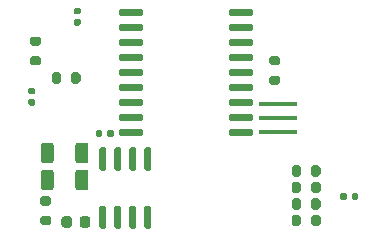
<source format=gbr>
%TF.GenerationSoftware,KiCad,Pcbnew,(5.1.7)-1*%
%TF.CreationDate,2021-02-02T18:20:17+09:00*%
%TF.ProjectId,canboard,63616e62-6f61-4726-942e-6b696361645f,rev?*%
%TF.SameCoordinates,Original*%
%TF.FileFunction,Paste,Bot*%
%TF.FilePolarity,Positive*%
%FSLAX46Y46*%
G04 Gerber Fmt 4.6, Leading zero omitted, Abs format (unit mm)*
G04 Created by KiCad (PCBNEW (5.1.7)-1) date 2021-02-02 18:20:17*
%MOMM*%
%LPD*%
G01*
G04 APERTURE LIST*
%ADD10R,3.200000X0.400000*%
G04 APERTURE END LIST*
%TO.C,R16*%
G36*
G01*
X236026000Y-38652000D02*
X236576000Y-38652000D01*
G75*
G02*
X236776000Y-38852000I0J-200000D01*
G01*
X236776000Y-39252000D01*
G75*
G02*
X236576000Y-39452000I-200000J0D01*
G01*
X236026000Y-39452000D01*
G75*
G02*
X235826000Y-39252000I0J200000D01*
G01*
X235826000Y-38852000D01*
G75*
G02*
X236026000Y-38652000I200000J0D01*
G01*
G37*
G36*
G01*
X236026000Y-37002000D02*
X236576000Y-37002000D01*
G75*
G02*
X236776000Y-37202000I0J-200000D01*
G01*
X236776000Y-37602000D01*
G75*
G02*
X236576000Y-37802000I-200000J0D01*
G01*
X236026000Y-37802000D01*
G75*
G02*
X235826000Y-37602000I0J200000D01*
G01*
X235826000Y-37202000D01*
G75*
G02*
X236026000Y-37002000I200000J0D01*
G01*
G37*
%TD*%
%TO.C,U4*%
G36*
G01*
X225151000Y-33174800D02*
X225151000Y-33474800D01*
G75*
G02*
X225001000Y-33624800I-150000J0D01*
G01*
X223251000Y-33624800D01*
G75*
G02*
X223101000Y-33474800I0J150000D01*
G01*
X223101000Y-33174800D01*
G75*
G02*
X223251000Y-33024800I150000J0D01*
G01*
X225001000Y-33024800D01*
G75*
G02*
X225151000Y-33174800I0J-150000D01*
G01*
G37*
G36*
G01*
X225151000Y-34444800D02*
X225151000Y-34744800D01*
G75*
G02*
X225001000Y-34894800I-150000J0D01*
G01*
X223251000Y-34894800D01*
G75*
G02*
X223101000Y-34744800I0J150000D01*
G01*
X223101000Y-34444800D01*
G75*
G02*
X223251000Y-34294800I150000J0D01*
G01*
X225001000Y-34294800D01*
G75*
G02*
X225151000Y-34444800I0J-150000D01*
G01*
G37*
G36*
G01*
X225151000Y-35714800D02*
X225151000Y-36014800D01*
G75*
G02*
X225001000Y-36164800I-150000J0D01*
G01*
X223251000Y-36164800D01*
G75*
G02*
X223101000Y-36014800I0J150000D01*
G01*
X223101000Y-35714800D01*
G75*
G02*
X223251000Y-35564800I150000J0D01*
G01*
X225001000Y-35564800D01*
G75*
G02*
X225151000Y-35714800I0J-150000D01*
G01*
G37*
G36*
G01*
X225151000Y-36984800D02*
X225151000Y-37284800D01*
G75*
G02*
X225001000Y-37434800I-150000J0D01*
G01*
X223251000Y-37434800D01*
G75*
G02*
X223101000Y-37284800I0J150000D01*
G01*
X223101000Y-36984800D01*
G75*
G02*
X223251000Y-36834800I150000J0D01*
G01*
X225001000Y-36834800D01*
G75*
G02*
X225151000Y-36984800I0J-150000D01*
G01*
G37*
G36*
G01*
X225151000Y-38254800D02*
X225151000Y-38554800D01*
G75*
G02*
X225001000Y-38704800I-150000J0D01*
G01*
X223251000Y-38704800D01*
G75*
G02*
X223101000Y-38554800I0J150000D01*
G01*
X223101000Y-38254800D01*
G75*
G02*
X223251000Y-38104800I150000J0D01*
G01*
X225001000Y-38104800D01*
G75*
G02*
X225151000Y-38254800I0J-150000D01*
G01*
G37*
G36*
G01*
X225151000Y-39524800D02*
X225151000Y-39824800D01*
G75*
G02*
X225001000Y-39974800I-150000J0D01*
G01*
X223251000Y-39974800D01*
G75*
G02*
X223101000Y-39824800I0J150000D01*
G01*
X223101000Y-39524800D01*
G75*
G02*
X223251000Y-39374800I150000J0D01*
G01*
X225001000Y-39374800D01*
G75*
G02*
X225151000Y-39524800I0J-150000D01*
G01*
G37*
G36*
G01*
X225151000Y-40794800D02*
X225151000Y-41094800D01*
G75*
G02*
X225001000Y-41244800I-150000J0D01*
G01*
X223251000Y-41244800D01*
G75*
G02*
X223101000Y-41094800I0J150000D01*
G01*
X223101000Y-40794800D01*
G75*
G02*
X223251000Y-40644800I150000J0D01*
G01*
X225001000Y-40644800D01*
G75*
G02*
X225151000Y-40794800I0J-150000D01*
G01*
G37*
G36*
G01*
X225151000Y-42064800D02*
X225151000Y-42364800D01*
G75*
G02*
X225001000Y-42514800I-150000J0D01*
G01*
X223251000Y-42514800D01*
G75*
G02*
X223101000Y-42364800I0J150000D01*
G01*
X223101000Y-42064800D01*
G75*
G02*
X223251000Y-41914800I150000J0D01*
G01*
X225001000Y-41914800D01*
G75*
G02*
X225151000Y-42064800I0J-150000D01*
G01*
G37*
G36*
G01*
X225151000Y-43334800D02*
X225151000Y-43634800D01*
G75*
G02*
X225001000Y-43784800I-150000J0D01*
G01*
X223251000Y-43784800D01*
G75*
G02*
X223101000Y-43634800I0J150000D01*
G01*
X223101000Y-43334800D01*
G75*
G02*
X223251000Y-43184800I150000J0D01*
G01*
X225001000Y-43184800D01*
G75*
G02*
X225151000Y-43334800I0J-150000D01*
G01*
G37*
G36*
G01*
X234451000Y-43334800D02*
X234451000Y-43634800D01*
G75*
G02*
X234301000Y-43784800I-150000J0D01*
G01*
X232551000Y-43784800D01*
G75*
G02*
X232401000Y-43634800I0J150000D01*
G01*
X232401000Y-43334800D01*
G75*
G02*
X232551000Y-43184800I150000J0D01*
G01*
X234301000Y-43184800D01*
G75*
G02*
X234451000Y-43334800I0J-150000D01*
G01*
G37*
G36*
G01*
X234451000Y-42064800D02*
X234451000Y-42364800D01*
G75*
G02*
X234301000Y-42514800I-150000J0D01*
G01*
X232551000Y-42514800D01*
G75*
G02*
X232401000Y-42364800I0J150000D01*
G01*
X232401000Y-42064800D01*
G75*
G02*
X232551000Y-41914800I150000J0D01*
G01*
X234301000Y-41914800D01*
G75*
G02*
X234451000Y-42064800I0J-150000D01*
G01*
G37*
G36*
G01*
X234451000Y-40794800D02*
X234451000Y-41094800D01*
G75*
G02*
X234301000Y-41244800I-150000J0D01*
G01*
X232551000Y-41244800D01*
G75*
G02*
X232401000Y-41094800I0J150000D01*
G01*
X232401000Y-40794800D01*
G75*
G02*
X232551000Y-40644800I150000J0D01*
G01*
X234301000Y-40644800D01*
G75*
G02*
X234451000Y-40794800I0J-150000D01*
G01*
G37*
G36*
G01*
X234451000Y-39524800D02*
X234451000Y-39824800D01*
G75*
G02*
X234301000Y-39974800I-150000J0D01*
G01*
X232551000Y-39974800D01*
G75*
G02*
X232401000Y-39824800I0J150000D01*
G01*
X232401000Y-39524800D01*
G75*
G02*
X232551000Y-39374800I150000J0D01*
G01*
X234301000Y-39374800D01*
G75*
G02*
X234451000Y-39524800I0J-150000D01*
G01*
G37*
G36*
G01*
X234451000Y-38254800D02*
X234451000Y-38554800D01*
G75*
G02*
X234301000Y-38704800I-150000J0D01*
G01*
X232551000Y-38704800D01*
G75*
G02*
X232401000Y-38554800I0J150000D01*
G01*
X232401000Y-38254800D01*
G75*
G02*
X232551000Y-38104800I150000J0D01*
G01*
X234301000Y-38104800D01*
G75*
G02*
X234451000Y-38254800I0J-150000D01*
G01*
G37*
G36*
G01*
X234451000Y-36984800D02*
X234451000Y-37284800D01*
G75*
G02*
X234301000Y-37434800I-150000J0D01*
G01*
X232551000Y-37434800D01*
G75*
G02*
X232401000Y-37284800I0J150000D01*
G01*
X232401000Y-36984800D01*
G75*
G02*
X232551000Y-36834800I150000J0D01*
G01*
X234301000Y-36834800D01*
G75*
G02*
X234451000Y-36984800I0J-150000D01*
G01*
G37*
G36*
G01*
X234451000Y-35714800D02*
X234451000Y-36014800D01*
G75*
G02*
X234301000Y-36164800I-150000J0D01*
G01*
X232551000Y-36164800D01*
G75*
G02*
X232401000Y-36014800I0J150000D01*
G01*
X232401000Y-35714800D01*
G75*
G02*
X232551000Y-35564800I150000J0D01*
G01*
X234301000Y-35564800D01*
G75*
G02*
X234451000Y-35714800I0J-150000D01*
G01*
G37*
G36*
G01*
X234451000Y-34444800D02*
X234451000Y-34744800D01*
G75*
G02*
X234301000Y-34894800I-150000J0D01*
G01*
X232551000Y-34894800D01*
G75*
G02*
X232401000Y-34744800I0J150000D01*
G01*
X232401000Y-34444800D01*
G75*
G02*
X232551000Y-34294800I150000J0D01*
G01*
X234301000Y-34294800D01*
G75*
G02*
X234451000Y-34444800I0J-150000D01*
G01*
G37*
G36*
G01*
X234451000Y-33174800D02*
X234451000Y-33474800D01*
G75*
G02*
X234301000Y-33624800I-150000J0D01*
G01*
X232551000Y-33624800D01*
G75*
G02*
X232401000Y-33474800I0J150000D01*
G01*
X232401000Y-33174800D01*
G75*
G02*
X232551000Y-33024800I150000J0D01*
G01*
X234301000Y-33024800D01*
G75*
G02*
X234451000Y-33174800I0J-150000D01*
G01*
G37*
%TD*%
D10*
%TO.C,Y2*%
X236555000Y-43427000D03*
X236555000Y-42227000D03*
X236555000Y-41027000D03*
%TD*%
%TO.C,U5*%
G36*
G01*
X221592000Y-49695000D02*
X221892000Y-49695000D01*
G75*
G02*
X222042000Y-49845000I0J-150000D01*
G01*
X222042000Y-51495000D01*
G75*
G02*
X221892000Y-51645000I-150000J0D01*
G01*
X221592000Y-51645000D01*
G75*
G02*
X221442000Y-51495000I0J150000D01*
G01*
X221442000Y-49845000D01*
G75*
G02*
X221592000Y-49695000I150000J0D01*
G01*
G37*
G36*
G01*
X222862000Y-49695000D02*
X223162000Y-49695000D01*
G75*
G02*
X223312000Y-49845000I0J-150000D01*
G01*
X223312000Y-51495000D01*
G75*
G02*
X223162000Y-51645000I-150000J0D01*
G01*
X222862000Y-51645000D01*
G75*
G02*
X222712000Y-51495000I0J150000D01*
G01*
X222712000Y-49845000D01*
G75*
G02*
X222862000Y-49695000I150000J0D01*
G01*
G37*
G36*
G01*
X224132000Y-49695000D02*
X224432000Y-49695000D01*
G75*
G02*
X224582000Y-49845000I0J-150000D01*
G01*
X224582000Y-51495000D01*
G75*
G02*
X224432000Y-51645000I-150000J0D01*
G01*
X224132000Y-51645000D01*
G75*
G02*
X223982000Y-51495000I0J150000D01*
G01*
X223982000Y-49845000D01*
G75*
G02*
X224132000Y-49695000I150000J0D01*
G01*
G37*
G36*
G01*
X225402000Y-49695000D02*
X225702000Y-49695000D01*
G75*
G02*
X225852000Y-49845000I0J-150000D01*
G01*
X225852000Y-51495000D01*
G75*
G02*
X225702000Y-51645000I-150000J0D01*
G01*
X225402000Y-51645000D01*
G75*
G02*
X225252000Y-51495000I0J150000D01*
G01*
X225252000Y-49845000D01*
G75*
G02*
X225402000Y-49695000I150000J0D01*
G01*
G37*
G36*
G01*
X225402000Y-44745000D02*
X225702000Y-44745000D01*
G75*
G02*
X225852000Y-44895000I0J-150000D01*
G01*
X225852000Y-46545000D01*
G75*
G02*
X225702000Y-46695000I-150000J0D01*
G01*
X225402000Y-46695000D01*
G75*
G02*
X225252000Y-46545000I0J150000D01*
G01*
X225252000Y-44895000D01*
G75*
G02*
X225402000Y-44745000I150000J0D01*
G01*
G37*
G36*
G01*
X224132000Y-44745000D02*
X224432000Y-44745000D01*
G75*
G02*
X224582000Y-44895000I0J-150000D01*
G01*
X224582000Y-46545000D01*
G75*
G02*
X224432000Y-46695000I-150000J0D01*
G01*
X224132000Y-46695000D01*
G75*
G02*
X223982000Y-46545000I0J150000D01*
G01*
X223982000Y-44895000D01*
G75*
G02*
X224132000Y-44745000I150000J0D01*
G01*
G37*
G36*
G01*
X222862000Y-44745000D02*
X223162000Y-44745000D01*
G75*
G02*
X223312000Y-44895000I0J-150000D01*
G01*
X223312000Y-46545000D01*
G75*
G02*
X223162000Y-46695000I-150000J0D01*
G01*
X222862000Y-46695000D01*
G75*
G02*
X222712000Y-46545000I0J150000D01*
G01*
X222712000Y-44895000D01*
G75*
G02*
X222862000Y-44745000I150000J0D01*
G01*
G37*
G36*
G01*
X221592000Y-44745000D02*
X221892000Y-44745000D01*
G75*
G02*
X222042000Y-44895000I0J-150000D01*
G01*
X222042000Y-46545000D01*
G75*
G02*
X221892000Y-46695000I-150000J0D01*
G01*
X221592000Y-46695000D01*
G75*
G02*
X221442000Y-46545000I0J150000D01*
G01*
X221442000Y-44895000D01*
G75*
G02*
X221592000Y-44745000I150000J0D01*
G01*
G37*
%TD*%
%TO.C,R11*%
G36*
G01*
X218206000Y-38587000D02*
X218206000Y-39137000D01*
G75*
G02*
X218006000Y-39337000I-200000J0D01*
G01*
X217606000Y-39337000D01*
G75*
G02*
X217406000Y-39137000I0J200000D01*
G01*
X217406000Y-38587000D01*
G75*
G02*
X217606000Y-38387000I200000J0D01*
G01*
X218006000Y-38387000D01*
G75*
G02*
X218206000Y-38587000I0J-200000D01*
G01*
G37*
G36*
G01*
X219856000Y-38587000D02*
X219856000Y-39137000D01*
G75*
G02*
X219656000Y-39337000I-200000J0D01*
G01*
X219256000Y-39337000D01*
G75*
G02*
X219056000Y-39137000I0J200000D01*
G01*
X219056000Y-38587000D01*
G75*
G02*
X219256000Y-38387000I200000J0D01*
G01*
X219656000Y-38387000D01*
G75*
G02*
X219856000Y-38587000I0J-200000D01*
G01*
G37*
%TD*%
%TO.C,R10*%
G36*
G01*
X217601500Y-46872997D02*
X217601500Y-48123003D01*
G75*
G02*
X217351503Y-48373000I-249997J0D01*
G01*
X216726497Y-48373000D01*
G75*
G02*
X216476500Y-48123003I0J249997D01*
G01*
X216476500Y-46872997D01*
G75*
G02*
X216726497Y-46623000I249997J0D01*
G01*
X217351503Y-46623000D01*
G75*
G02*
X217601500Y-46872997I0J-249997D01*
G01*
G37*
G36*
G01*
X220526500Y-46872997D02*
X220526500Y-48123003D01*
G75*
G02*
X220276503Y-48373000I-249997J0D01*
G01*
X219651497Y-48373000D01*
G75*
G02*
X219401500Y-48123003I0J249997D01*
G01*
X219401500Y-46872997D01*
G75*
G02*
X219651497Y-46623000I249997J0D01*
G01*
X220276503Y-46623000D01*
G75*
G02*
X220526500Y-46872997I0J-249997D01*
G01*
G37*
%TD*%
%TO.C,R9*%
G36*
G01*
X216641000Y-50526000D02*
X217191000Y-50526000D01*
G75*
G02*
X217391000Y-50726000I0J-200000D01*
G01*
X217391000Y-51126000D01*
G75*
G02*
X217191000Y-51326000I-200000J0D01*
G01*
X216641000Y-51326000D01*
G75*
G02*
X216441000Y-51126000I0J200000D01*
G01*
X216441000Y-50726000D01*
G75*
G02*
X216641000Y-50526000I200000J0D01*
G01*
G37*
G36*
G01*
X216641000Y-48876000D02*
X217191000Y-48876000D01*
G75*
G02*
X217391000Y-49076000I0J-200000D01*
G01*
X217391000Y-49476000D01*
G75*
G02*
X217191000Y-49676000I-200000J0D01*
G01*
X216641000Y-49676000D01*
G75*
G02*
X216441000Y-49476000I0J200000D01*
G01*
X216441000Y-49076000D01*
G75*
G02*
X216641000Y-48876000I200000J0D01*
G01*
G37*
%TD*%
%TO.C,R8*%
G36*
G01*
X217601500Y-44586997D02*
X217601500Y-45837003D01*
G75*
G02*
X217351503Y-46087000I-249997J0D01*
G01*
X216726497Y-46087000D01*
G75*
G02*
X216476500Y-45837003I0J249997D01*
G01*
X216476500Y-44586997D01*
G75*
G02*
X216726497Y-44337000I249997J0D01*
G01*
X217351503Y-44337000D01*
G75*
G02*
X217601500Y-44586997I0J-249997D01*
G01*
G37*
G36*
G01*
X220526500Y-44586997D02*
X220526500Y-45837003D01*
G75*
G02*
X220276503Y-46087000I-249997J0D01*
G01*
X219651497Y-46087000D01*
G75*
G02*
X219401500Y-45837003I0J249997D01*
G01*
X219401500Y-44586997D01*
G75*
G02*
X219651497Y-44337000I249997J0D01*
G01*
X220276503Y-44337000D01*
G75*
G02*
X220526500Y-44586997I0J-249997D01*
G01*
G37*
%TD*%
%TO.C,R7*%
G36*
G01*
X239375000Y-47011000D02*
X239375000Y-46461000D01*
G75*
G02*
X239575000Y-46261000I200000J0D01*
G01*
X239975000Y-46261000D01*
G75*
G02*
X240175000Y-46461000I0J-200000D01*
G01*
X240175000Y-47011000D01*
G75*
G02*
X239975000Y-47211000I-200000J0D01*
G01*
X239575000Y-47211000D01*
G75*
G02*
X239375000Y-47011000I0J200000D01*
G01*
G37*
G36*
G01*
X237725000Y-47011000D02*
X237725000Y-46461000D01*
G75*
G02*
X237925000Y-46261000I200000J0D01*
G01*
X238325000Y-46261000D01*
G75*
G02*
X238525000Y-46461000I0J-200000D01*
G01*
X238525000Y-47011000D01*
G75*
G02*
X238325000Y-47211000I-200000J0D01*
G01*
X237925000Y-47211000D01*
G75*
G02*
X237725000Y-47011000I0J200000D01*
G01*
G37*
%TD*%
%TO.C,R6*%
G36*
G01*
X239375000Y-48408000D02*
X239375000Y-47858000D01*
G75*
G02*
X239575000Y-47658000I200000J0D01*
G01*
X239975000Y-47658000D01*
G75*
G02*
X240175000Y-47858000I0J-200000D01*
G01*
X240175000Y-48408000D01*
G75*
G02*
X239975000Y-48608000I-200000J0D01*
G01*
X239575000Y-48608000D01*
G75*
G02*
X239375000Y-48408000I0J200000D01*
G01*
G37*
G36*
G01*
X237725000Y-48408000D02*
X237725000Y-47858000D01*
G75*
G02*
X237925000Y-47658000I200000J0D01*
G01*
X238325000Y-47658000D01*
G75*
G02*
X238525000Y-47858000I0J-200000D01*
G01*
X238525000Y-48408000D01*
G75*
G02*
X238325000Y-48608000I-200000J0D01*
G01*
X237925000Y-48608000D01*
G75*
G02*
X237725000Y-48408000I0J200000D01*
G01*
G37*
%TD*%
%TO.C,R5*%
G36*
G01*
X237725000Y-49805000D02*
X237725000Y-49255000D01*
G75*
G02*
X237925000Y-49055000I200000J0D01*
G01*
X238325000Y-49055000D01*
G75*
G02*
X238525000Y-49255000I0J-200000D01*
G01*
X238525000Y-49805000D01*
G75*
G02*
X238325000Y-50005000I-200000J0D01*
G01*
X237925000Y-50005000D01*
G75*
G02*
X237725000Y-49805000I0J200000D01*
G01*
G37*
G36*
G01*
X239375000Y-49805000D02*
X239375000Y-49255000D01*
G75*
G02*
X239575000Y-49055000I200000J0D01*
G01*
X239975000Y-49055000D01*
G75*
G02*
X240175000Y-49255000I0J-200000D01*
G01*
X240175000Y-49805000D01*
G75*
G02*
X239975000Y-50005000I-200000J0D01*
G01*
X239575000Y-50005000D01*
G75*
G02*
X239375000Y-49805000I0J200000D01*
G01*
G37*
%TD*%
%TO.C,R4*%
G36*
G01*
X237725000Y-51202000D02*
X237725000Y-50652000D01*
G75*
G02*
X237925000Y-50452000I200000J0D01*
G01*
X238325000Y-50452000D01*
G75*
G02*
X238525000Y-50652000I0J-200000D01*
G01*
X238525000Y-51202000D01*
G75*
G02*
X238325000Y-51402000I-200000J0D01*
G01*
X237925000Y-51402000D01*
G75*
G02*
X237725000Y-51202000I0J200000D01*
G01*
G37*
G36*
G01*
X239375000Y-51202000D02*
X239375000Y-50652000D01*
G75*
G02*
X239575000Y-50452000I200000J0D01*
G01*
X239975000Y-50452000D01*
G75*
G02*
X240175000Y-50652000I0J-200000D01*
G01*
X240175000Y-51202000D01*
G75*
G02*
X239975000Y-51402000I-200000J0D01*
G01*
X239575000Y-51402000D01*
G75*
G02*
X239375000Y-51202000I0J200000D01*
G01*
G37*
%TD*%
%TO.C,R3*%
G36*
G01*
X216302000Y-36151000D02*
X215752000Y-36151000D01*
G75*
G02*
X215552000Y-35951000I0J200000D01*
G01*
X215552000Y-35551000D01*
G75*
G02*
X215752000Y-35351000I200000J0D01*
G01*
X216302000Y-35351000D01*
G75*
G02*
X216502000Y-35551000I0J-200000D01*
G01*
X216502000Y-35951000D01*
G75*
G02*
X216302000Y-36151000I-200000J0D01*
G01*
G37*
G36*
G01*
X216302000Y-37801000D02*
X215752000Y-37801000D01*
G75*
G02*
X215552000Y-37601000I0J200000D01*
G01*
X215552000Y-37201000D01*
G75*
G02*
X215752000Y-37001000I200000J0D01*
G01*
X216302000Y-37001000D01*
G75*
G02*
X216502000Y-37201000I0J-200000D01*
G01*
X216502000Y-37601000D01*
G75*
G02*
X216302000Y-37801000I-200000J0D01*
G01*
G37*
%TD*%
%TO.C,C8*%
G36*
G01*
X219781000Y-51304000D02*
X219781000Y-50804000D01*
G75*
G02*
X220006000Y-50579000I225000J0D01*
G01*
X220456000Y-50579000D01*
G75*
G02*
X220681000Y-50804000I0J-225000D01*
G01*
X220681000Y-51304000D01*
G75*
G02*
X220456000Y-51529000I-225000J0D01*
G01*
X220006000Y-51529000D01*
G75*
G02*
X219781000Y-51304000I0J225000D01*
G01*
G37*
G36*
G01*
X218231000Y-51304000D02*
X218231000Y-50804000D01*
G75*
G02*
X218456000Y-50579000I225000J0D01*
G01*
X218906000Y-50579000D01*
G75*
G02*
X219131000Y-50804000I0J-225000D01*
G01*
X219131000Y-51304000D01*
G75*
G02*
X218906000Y-51529000I-225000J0D01*
G01*
X218456000Y-51529000D01*
G75*
G02*
X218231000Y-51304000I0J225000D01*
G01*
G37*
%TD*%
%TO.C,C7*%
G36*
G01*
X221697000Y-43391000D02*
X221697000Y-43731000D01*
G75*
G02*
X221557000Y-43871000I-140000J0D01*
G01*
X221277000Y-43871000D01*
G75*
G02*
X221137000Y-43731000I0J140000D01*
G01*
X221137000Y-43391000D01*
G75*
G02*
X221277000Y-43251000I140000J0D01*
G01*
X221557000Y-43251000D01*
G75*
G02*
X221697000Y-43391000I0J-140000D01*
G01*
G37*
G36*
G01*
X222657000Y-43391000D02*
X222657000Y-43731000D01*
G75*
G02*
X222517000Y-43871000I-140000J0D01*
G01*
X222237000Y-43871000D01*
G75*
G02*
X222097000Y-43731000I0J140000D01*
G01*
X222097000Y-43391000D01*
G75*
G02*
X222237000Y-43251000I140000J0D01*
G01*
X222517000Y-43251000D01*
G75*
G02*
X222657000Y-43391000I0J-140000D01*
G01*
G37*
%TD*%
%TO.C,C6*%
G36*
G01*
X219413000Y-33870300D02*
X219753000Y-33870300D01*
G75*
G02*
X219893000Y-34010300I0J-140000D01*
G01*
X219893000Y-34290300D01*
G75*
G02*
X219753000Y-34430300I-140000J0D01*
G01*
X219413000Y-34430300D01*
G75*
G02*
X219273000Y-34290300I0J140000D01*
G01*
X219273000Y-34010300D01*
G75*
G02*
X219413000Y-33870300I140000J0D01*
G01*
G37*
G36*
G01*
X219413000Y-32910300D02*
X219753000Y-32910300D01*
G75*
G02*
X219893000Y-33050300I0J-140000D01*
G01*
X219893000Y-33330300D01*
G75*
G02*
X219753000Y-33470300I-140000J0D01*
G01*
X219413000Y-33470300D01*
G75*
G02*
X219273000Y-33330300I0J140000D01*
G01*
X219273000Y-33050300D01*
G75*
G02*
X219413000Y-32910300I140000J0D01*
G01*
G37*
%TD*%
%TO.C,C5*%
G36*
G01*
X215557000Y-40649500D02*
X215897000Y-40649500D01*
G75*
G02*
X216037000Y-40789500I0J-140000D01*
G01*
X216037000Y-41069500D01*
G75*
G02*
X215897000Y-41209500I-140000J0D01*
G01*
X215557000Y-41209500D01*
G75*
G02*
X215417000Y-41069500I0J140000D01*
G01*
X215417000Y-40789500D01*
G75*
G02*
X215557000Y-40649500I140000J0D01*
G01*
G37*
G36*
G01*
X215557000Y-39689500D02*
X215897000Y-39689500D01*
G75*
G02*
X216037000Y-39829500I0J-140000D01*
G01*
X216037000Y-40109500D01*
G75*
G02*
X215897000Y-40249500I-140000J0D01*
G01*
X215557000Y-40249500D01*
G75*
G02*
X215417000Y-40109500I0J140000D01*
G01*
X215417000Y-39829500D01*
G75*
G02*
X215557000Y-39689500I140000J0D01*
G01*
G37*
%TD*%
%TO.C,C3*%
G36*
G01*
X242423000Y-48725000D02*
X242423000Y-49065000D01*
G75*
G02*
X242283000Y-49205000I-140000J0D01*
G01*
X242003000Y-49205000D01*
G75*
G02*
X241863000Y-49065000I0J140000D01*
G01*
X241863000Y-48725000D01*
G75*
G02*
X242003000Y-48585000I140000J0D01*
G01*
X242283000Y-48585000D01*
G75*
G02*
X242423000Y-48725000I0J-140000D01*
G01*
G37*
G36*
G01*
X243383000Y-48725000D02*
X243383000Y-49065000D01*
G75*
G02*
X243243000Y-49205000I-140000J0D01*
G01*
X242963000Y-49205000D01*
G75*
G02*
X242823000Y-49065000I0J140000D01*
G01*
X242823000Y-48725000D01*
G75*
G02*
X242963000Y-48585000I140000J0D01*
G01*
X243243000Y-48585000D01*
G75*
G02*
X243383000Y-48725000I0J-140000D01*
G01*
G37*
%TD*%
M02*

</source>
